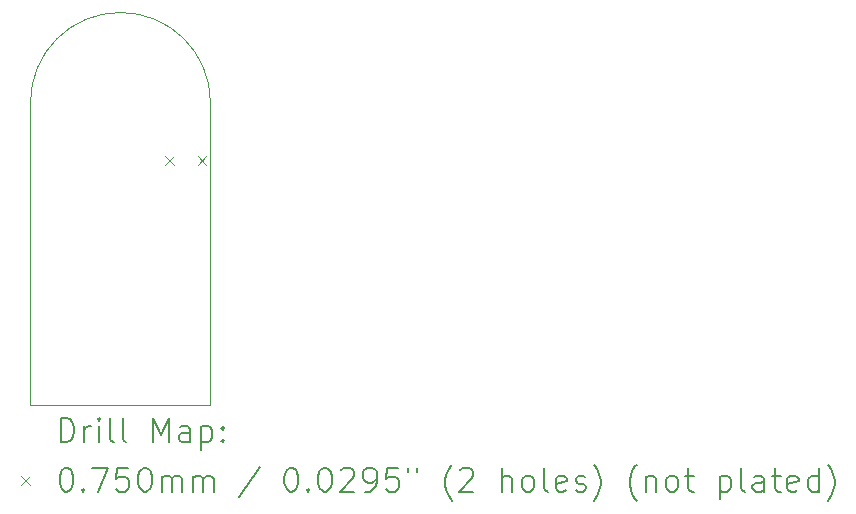
<source format=gbr>
%TF.GenerationSoftware,KiCad,Pcbnew,8.0.1*%
%TF.CreationDate,2024-12-14T14:03:44-06:00*%
%TF.ProjectId,SD_ProtoBoard,53445f50-726f-4746-9f42-6f6172642e6b,rev?*%
%TF.SameCoordinates,Original*%
%TF.FileFunction,Drillmap*%
%TF.FilePolarity,Positive*%
%FSLAX45Y45*%
G04 Gerber Fmt 4.5, Leading zero omitted, Abs format (unit mm)*
G04 Created by KiCad (PCBNEW 8.0.1) date 2024-12-14 14:03:44*
%MOMM*%
%LPD*%
G01*
G04 APERTURE LIST*
%ADD10C,0.101600*%
%ADD11C,0.200000*%
%ADD12C,0.100000*%
G04 APERTURE END LIST*
D10*
X13197000Y-11893000D02*
X14721000Y-11893000D01*
X14721000Y-9334882D02*
X14721000Y-11893000D01*
X13197000Y-9335000D02*
X13197000Y-11893000D01*
X13197000Y-9335000D02*
G75*
G02*
X14721000Y-9334882I762000J59D01*
G01*
D11*
D12*
X14337000Y-9792500D02*
X14412000Y-9867500D01*
X14412000Y-9792500D02*
X14337000Y-9867500D01*
X14612000Y-9792500D02*
X14687000Y-9867500D01*
X14687000Y-9792500D02*
X14612000Y-9867500D01*
D11*
X13452697Y-12209564D02*
X13452697Y-12009564D01*
X13452697Y-12009564D02*
X13500316Y-12009564D01*
X13500316Y-12009564D02*
X13528887Y-12019088D01*
X13528887Y-12019088D02*
X13547935Y-12038135D01*
X13547935Y-12038135D02*
X13557459Y-12057183D01*
X13557459Y-12057183D02*
X13566983Y-12095278D01*
X13566983Y-12095278D02*
X13566983Y-12123849D01*
X13566983Y-12123849D02*
X13557459Y-12161945D01*
X13557459Y-12161945D02*
X13547935Y-12180992D01*
X13547935Y-12180992D02*
X13528887Y-12200040D01*
X13528887Y-12200040D02*
X13500316Y-12209564D01*
X13500316Y-12209564D02*
X13452697Y-12209564D01*
X13652697Y-12209564D02*
X13652697Y-12076230D01*
X13652697Y-12114326D02*
X13662221Y-12095278D01*
X13662221Y-12095278D02*
X13671744Y-12085754D01*
X13671744Y-12085754D02*
X13690792Y-12076230D01*
X13690792Y-12076230D02*
X13709840Y-12076230D01*
X13776506Y-12209564D02*
X13776506Y-12076230D01*
X13776506Y-12009564D02*
X13766983Y-12019088D01*
X13766983Y-12019088D02*
X13776506Y-12028611D01*
X13776506Y-12028611D02*
X13786030Y-12019088D01*
X13786030Y-12019088D02*
X13776506Y-12009564D01*
X13776506Y-12009564D02*
X13776506Y-12028611D01*
X13900316Y-12209564D02*
X13881268Y-12200040D01*
X13881268Y-12200040D02*
X13871744Y-12180992D01*
X13871744Y-12180992D02*
X13871744Y-12009564D01*
X14005078Y-12209564D02*
X13986030Y-12200040D01*
X13986030Y-12200040D02*
X13976506Y-12180992D01*
X13976506Y-12180992D02*
X13976506Y-12009564D01*
X14233649Y-12209564D02*
X14233649Y-12009564D01*
X14233649Y-12009564D02*
X14300316Y-12152421D01*
X14300316Y-12152421D02*
X14366983Y-12009564D01*
X14366983Y-12009564D02*
X14366983Y-12209564D01*
X14547935Y-12209564D02*
X14547935Y-12104802D01*
X14547935Y-12104802D02*
X14538411Y-12085754D01*
X14538411Y-12085754D02*
X14519364Y-12076230D01*
X14519364Y-12076230D02*
X14481268Y-12076230D01*
X14481268Y-12076230D02*
X14462221Y-12085754D01*
X14547935Y-12200040D02*
X14528887Y-12209564D01*
X14528887Y-12209564D02*
X14481268Y-12209564D01*
X14481268Y-12209564D02*
X14462221Y-12200040D01*
X14462221Y-12200040D02*
X14452697Y-12180992D01*
X14452697Y-12180992D02*
X14452697Y-12161945D01*
X14452697Y-12161945D02*
X14462221Y-12142897D01*
X14462221Y-12142897D02*
X14481268Y-12133373D01*
X14481268Y-12133373D02*
X14528887Y-12133373D01*
X14528887Y-12133373D02*
X14547935Y-12123849D01*
X14643173Y-12076230D02*
X14643173Y-12276230D01*
X14643173Y-12085754D02*
X14662221Y-12076230D01*
X14662221Y-12076230D02*
X14700316Y-12076230D01*
X14700316Y-12076230D02*
X14719364Y-12085754D01*
X14719364Y-12085754D02*
X14728887Y-12095278D01*
X14728887Y-12095278D02*
X14738411Y-12114326D01*
X14738411Y-12114326D02*
X14738411Y-12171468D01*
X14738411Y-12171468D02*
X14728887Y-12190516D01*
X14728887Y-12190516D02*
X14719364Y-12200040D01*
X14719364Y-12200040D02*
X14700316Y-12209564D01*
X14700316Y-12209564D02*
X14662221Y-12209564D01*
X14662221Y-12209564D02*
X14643173Y-12200040D01*
X14824125Y-12190516D02*
X14833649Y-12200040D01*
X14833649Y-12200040D02*
X14824125Y-12209564D01*
X14824125Y-12209564D02*
X14814602Y-12200040D01*
X14814602Y-12200040D02*
X14824125Y-12190516D01*
X14824125Y-12190516D02*
X14824125Y-12209564D01*
X14824125Y-12085754D02*
X14833649Y-12095278D01*
X14833649Y-12095278D02*
X14824125Y-12104802D01*
X14824125Y-12104802D02*
X14814602Y-12095278D01*
X14814602Y-12095278D02*
X14824125Y-12085754D01*
X14824125Y-12085754D02*
X14824125Y-12104802D01*
D12*
X13116920Y-12500580D02*
X13191920Y-12575580D01*
X13191920Y-12500580D02*
X13116920Y-12575580D01*
D11*
X13490792Y-12429564D02*
X13509840Y-12429564D01*
X13509840Y-12429564D02*
X13528887Y-12439088D01*
X13528887Y-12439088D02*
X13538411Y-12448611D01*
X13538411Y-12448611D02*
X13547935Y-12467659D01*
X13547935Y-12467659D02*
X13557459Y-12505754D01*
X13557459Y-12505754D02*
X13557459Y-12553373D01*
X13557459Y-12553373D02*
X13547935Y-12591468D01*
X13547935Y-12591468D02*
X13538411Y-12610516D01*
X13538411Y-12610516D02*
X13528887Y-12620040D01*
X13528887Y-12620040D02*
X13509840Y-12629564D01*
X13509840Y-12629564D02*
X13490792Y-12629564D01*
X13490792Y-12629564D02*
X13471744Y-12620040D01*
X13471744Y-12620040D02*
X13462221Y-12610516D01*
X13462221Y-12610516D02*
X13452697Y-12591468D01*
X13452697Y-12591468D02*
X13443173Y-12553373D01*
X13443173Y-12553373D02*
X13443173Y-12505754D01*
X13443173Y-12505754D02*
X13452697Y-12467659D01*
X13452697Y-12467659D02*
X13462221Y-12448611D01*
X13462221Y-12448611D02*
X13471744Y-12439088D01*
X13471744Y-12439088D02*
X13490792Y-12429564D01*
X13643173Y-12610516D02*
X13652697Y-12620040D01*
X13652697Y-12620040D02*
X13643173Y-12629564D01*
X13643173Y-12629564D02*
X13633649Y-12620040D01*
X13633649Y-12620040D02*
X13643173Y-12610516D01*
X13643173Y-12610516D02*
X13643173Y-12629564D01*
X13719364Y-12429564D02*
X13852697Y-12429564D01*
X13852697Y-12429564D02*
X13766983Y-12629564D01*
X14024125Y-12429564D02*
X13928887Y-12429564D01*
X13928887Y-12429564D02*
X13919364Y-12524802D01*
X13919364Y-12524802D02*
X13928887Y-12515278D01*
X13928887Y-12515278D02*
X13947935Y-12505754D01*
X13947935Y-12505754D02*
X13995554Y-12505754D01*
X13995554Y-12505754D02*
X14014602Y-12515278D01*
X14014602Y-12515278D02*
X14024125Y-12524802D01*
X14024125Y-12524802D02*
X14033649Y-12543849D01*
X14033649Y-12543849D02*
X14033649Y-12591468D01*
X14033649Y-12591468D02*
X14024125Y-12610516D01*
X14024125Y-12610516D02*
X14014602Y-12620040D01*
X14014602Y-12620040D02*
X13995554Y-12629564D01*
X13995554Y-12629564D02*
X13947935Y-12629564D01*
X13947935Y-12629564D02*
X13928887Y-12620040D01*
X13928887Y-12620040D02*
X13919364Y-12610516D01*
X14157459Y-12429564D02*
X14176506Y-12429564D01*
X14176506Y-12429564D02*
X14195554Y-12439088D01*
X14195554Y-12439088D02*
X14205078Y-12448611D01*
X14205078Y-12448611D02*
X14214602Y-12467659D01*
X14214602Y-12467659D02*
X14224125Y-12505754D01*
X14224125Y-12505754D02*
X14224125Y-12553373D01*
X14224125Y-12553373D02*
X14214602Y-12591468D01*
X14214602Y-12591468D02*
X14205078Y-12610516D01*
X14205078Y-12610516D02*
X14195554Y-12620040D01*
X14195554Y-12620040D02*
X14176506Y-12629564D01*
X14176506Y-12629564D02*
X14157459Y-12629564D01*
X14157459Y-12629564D02*
X14138411Y-12620040D01*
X14138411Y-12620040D02*
X14128887Y-12610516D01*
X14128887Y-12610516D02*
X14119364Y-12591468D01*
X14119364Y-12591468D02*
X14109840Y-12553373D01*
X14109840Y-12553373D02*
X14109840Y-12505754D01*
X14109840Y-12505754D02*
X14119364Y-12467659D01*
X14119364Y-12467659D02*
X14128887Y-12448611D01*
X14128887Y-12448611D02*
X14138411Y-12439088D01*
X14138411Y-12439088D02*
X14157459Y-12429564D01*
X14309840Y-12629564D02*
X14309840Y-12496230D01*
X14309840Y-12515278D02*
X14319364Y-12505754D01*
X14319364Y-12505754D02*
X14338411Y-12496230D01*
X14338411Y-12496230D02*
X14366983Y-12496230D01*
X14366983Y-12496230D02*
X14386030Y-12505754D01*
X14386030Y-12505754D02*
X14395554Y-12524802D01*
X14395554Y-12524802D02*
X14395554Y-12629564D01*
X14395554Y-12524802D02*
X14405078Y-12505754D01*
X14405078Y-12505754D02*
X14424125Y-12496230D01*
X14424125Y-12496230D02*
X14452697Y-12496230D01*
X14452697Y-12496230D02*
X14471745Y-12505754D01*
X14471745Y-12505754D02*
X14481268Y-12524802D01*
X14481268Y-12524802D02*
X14481268Y-12629564D01*
X14576506Y-12629564D02*
X14576506Y-12496230D01*
X14576506Y-12515278D02*
X14586030Y-12505754D01*
X14586030Y-12505754D02*
X14605078Y-12496230D01*
X14605078Y-12496230D02*
X14633649Y-12496230D01*
X14633649Y-12496230D02*
X14652697Y-12505754D01*
X14652697Y-12505754D02*
X14662221Y-12524802D01*
X14662221Y-12524802D02*
X14662221Y-12629564D01*
X14662221Y-12524802D02*
X14671745Y-12505754D01*
X14671745Y-12505754D02*
X14690792Y-12496230D01*
X14690792Y-12496230D02*
X14719364Y-12496230D01*
X14719364Y-12496230D02*
X14738411Y-12505754D01*
X14738411Y-12505754D02*
X14747935Y-12524802D01*
X14747935Y-12524802D02*
X14747935Y-12629564D01*
X15138411Y-12420040D02*
X14966983Y-12677183D01*
X15395554Y-12429564D02*
X15414602Y-12429564D01*
X15414602Y-12429564D02*
X15433649Y-12439088D01*
X15433649Y-12439088D02*
X15443173Y-12448611D01*
X15443173Y-12448611D02*
X15452697Y-12467659D01*
X15452697Y-12467659D02*
X15462221Y-12505754D01*
X15462221Y-12505754D02*
X15462221Y-12553373D01*
X15462221Y-12553373D02*
X15452697Y-12591468D01*
X15452697Y-12591468D02*
X15443173Y-12610516D01*
X15443173Y-12610516D02*
X15433649Y-12620040D01*
X15433649Y-12620040D02*
X15414602Y-12629564D01*
X15414602Y-12629564D02*
X15395554Y-12629564D01*
X15395554Y-12629564D02*
X15376507Y-12620040D01*
X15376507Y-12620040D02*
X15366983Y-12610516D01*
X15366983Y-12610516D02*
X15357459Y-12591468D01*
X15357459Y-12591468D02*
X15347935Y-12553373D01*
X15347935Y-12553373D02*
X15347935Y-12505754D01*
X15347935Y-12505754D02*
X15357459Y-12467659D01*
X15357459Y-12467659D02*
X15366983Y-12448611D01*
X15366983Y-12448611D02*
X15376507Y-12439088D01*
X15376507Y-12439088D02*
X15395554Y-12429564D01*
X15547935Y-12610516D02*
X15557459Y-12620040D01*
X15557459Y-12620040D02*
X15547935Y-12629564D01*
X15547935Y-12629564D02*
X15538411Y-12620040D01*
X15538411Y-12620040D02*
X15547935Y-12610516D01*
X15547935Y-12610516D02*
X15547935Y-12629564D01*
X15681268Y-12429564D02*
X15700316Y-12429564D01*
X15700316Y-12429564D02*
X15719364Y-12439088D01*
X15719364Y-12439088D02*
X15728888Y-12448611D01*
X15728888Y-12448611D02*
X15738411Y-12467659D01*
X15738411Y-12467659D02*
X15747935Y-12505754D01*
X15747935Y-12505754D02*
X15747935Y-12553373D01*
X15747935Y-12553373D02*
X15738411Y-12591468D01*
X15738411Y-12591468D02*
X15728888Y-12610516D01*
X15728888Y-12610516D02*
X15719364Y-12620040D01*
X15719364Y-12620040D02*
X15700316Y-12629564D01*
X15700316Y-12629564D02*
X15681268Y-12629564D01*
X15681268Y-12629564D02*
X15662221Y-12620040D01*
X15662221Y-12620040D02*
X15652697Y-12610516D01*
X15652697Y-12610516D02*
X15643173Y-12591468D01*
X15643173Y-12591468D02*
X15633649Y-12553373D01*
X15633649Y-12553373D02*
X15633649Y-12505754D01*
X15633649Y-12505754D02*
X15643173Y-12467659D01*
X15643173Y-12467659D02*
X15652697Y-12448611D01*
X15652697Y-12448611D02*
X15662221Y-12439088D01*
X15662221Y-12439088D02*
X15681268Y-12429564D01*
X15824126Y-12448611D02*
X15833649Y-12439088D01*
X15833649Y-12439088D02*
X15852697Y-12429564D01*
X15852697Y-12429564D02*
X15900316Y-12429564D01*
X15900316Y-12429564D02*
X15919364Y-12439088D01*
X15919364Y-12439088D02*
X15928888Y-12448611D01*
X15928888Y-12448611D02*
X15938411Y-12467659D01*
X15938411Y-12467659D02*
X15938411Y-12486707D01*
X15938411Y-12486707D02*
X15928888Y-12515278D01*
X15928888Y-12515278D02*
X15814602Y-12629564D01*
X15814602Y-12629564D02*
X15938411Y-12629564D01*
X16033649Y-12629564D02*
X16071745Y-12629564D01*
X16071745Y-12629564D02*
X16090792Y-12620040D01*
X16090792Y-12620040D02*
X16100316Y-12610516D01*
X16100316Y-12610516D02*
X16119364Y-12581945D01*
X16119364Y-12581945D02*
X16128888Y-12543849D01*
X16128888Y-12543849D02*
X16128888Y-12467659D01*
X16128888Y-12467659D02*
X16119364Y-12448611D01*
X16119364Y-12448611D02*
X16109840Y-12439088D01*
X16109840Y-12439088D02*
X16090792Y-12429564D01*
X16090792Y-12429564D02*
X16052697Y-12429564D01*
X16052697Y-12429564D02*
X16033649Y-12439088D01*
X16033649Y-12439088D02*
X16024126Y-12448611D01*
X16024126Y-12448611D02*
X16014602Y-12467659D01*
X16014602Y-12467659D02*
X16014602Y-12515278D01*
X16014602Y-12515278D02*
X16024126Y-12534326D01*
X16024126Y-12534326D02*
X16033649Y-12543849D01*
X16033649Y-12543849D02*
X16052697Y-12553373D01*
X16052697Y-12553373D02*
X16090792Y-12553373D01*
X16090792Y-12553373D02*
X16109840Y-12543849D01*
X16109840Y-12543849D02*
X16119364Y-12534326D01*
X16119364Y-12534326D02*
X16128888Y-12515278D01*
X16309840Y-12429564D02*
X16214602Y-12429564D01*
X16214602Y-12429564D02*
X16205078Y-12524802D01*
X16205078Y-12524802D02*
X16214602Y-12515278D01*
X16214602Y-12515278D02*
X16233649Y-12505754D01*
X16233649Y-12505754D02*
X16281269Y-12505754D01*
X16281269Y-12505754D02*
X16300316Y-12515278D01*
X16300316Y-12515278D02*
X16309840Y-12524802D01*
X16309840Y-12524802D02*
X16319364Y-12543849D01*
X16319364Y-12543849D02*
X16319364Y-12591468D01*
X16319364Y-12591468D02*
X16309840Y-12610516D01*
X16309840Y-12610516D02*
X16300316Y-12620040D01*
X16300316Y-12620040D02*
X16281269Y-12629564D01*
X16281269Y-12629564D02*
X16233649Y-12629564D01*
X16233649Y-12629564D02*
X16214602Y-12620040D01*
X16214602Y-12620040D02*
X16205078Y-12610516D01*
X16395554Y-12429564D02*
X16395554Y-12467659D01*
X16471745Y-12429564D02*
X16471745Y-12467659D01*
X16766983Y-12705754D02*
X16757459Y-12696230D01*
X16757459Y-12696230D02*
X16738411Y-12667659D01*
X16738411Y-12667659D02*
X16728888Y-12648611D01*
X16728888Y-12648611D02*
X16719364Y-12620040D01*
X16719364Y-12620040D02*
X16709840Y-12572421D01*
X16709840Y-12572421D02*
X16709840Y-12534326D01*
X16709840Y-12534326D02*
X16719364Y-12486707D01*
X16719364Y-12486707D02*
X16728888Y-12458135D01*
X16728888Y-12458135D02*
X16738411Y-12439088D01*
X16738411Y-12439088D02*
X16757459Y-12410516D01*
X16757459Y-12410516D02*
X16766983Y-12400992D01*
X16833650Y-12448611D02*
X16843173Y-12439088D01*
X16843173Y-12439088D02*
X16862221Y-12429564D01*
X16862221Y-12429564D02*
X16909840Y-12429564D01*
X16909840Y-12429564D02*
X16928888Y-12439088D01*
X16928888Y-12439088D02*
X16938412Y-12448611D01*
X16938412Y-12448611D02*
X16947935Y-12467659D01*
X16947935Y-12467659D02*
X16947935Y-12486707D01*
X16947935Y-12486707D02*
X16938412Y-12515278D01*
X16938412Y-12515278D02*
X16824126Y-12629564D01*
X16824126Y-12629564D02*
X16947935Y-12629564D01*
X17186031Y-12629564D02*
X17186031Y-12429564D01*
X17271745Y-12629564D02*
X17271745Y-12524802D01*
X17271745Y-12524802D02*
X17262221Y-12505754D01*
X17262221Y-12505754D02*
X17243174Y-12496230D01*
X17243174Y-12496230D02*
X17214602Y-12496230D01*
X17214602Y-12496230D02*
X17195554Y-12505754D01*
X17195554Y-12505754D02*
X17186031Y-12515278D01*
X17395554Y-12629564D02*
X17376507Y-12620040D01*
X17376507Y-12620040D02*
X17366983Y-12610516D01*
X17366983Y-12610516D02*
X17357459Y-12591468D01*
X17357459Y-12591468D02*
X17357459Y-12534326D01*
X17357459Y-12534326D02*
X17366983Y-12515278D01*
X17366983Y-12515278D02*
X17376507Y-12505754D01*
X17376507Y-12505754D02*
X17395554Y-12496230D01*
X17395554Y-12496230D02*
X17424126Y-12496230D01*
X17424126Y-12496230D02*
X17443174Y-12505754D01*
X17443174Y-12505754D02*
X17452697Y-12515278D01*
X17452697Y-12515278D02*
X17462221Y-12534326D01*
X17462221Y-12534326D02*
X17462221Y-12591468D01*
X17462221Y-12591468D02*
X17452697Y-12610516D01*
X17452697Y-12610516D02*
X17443174Y-12620040D01*
X17443174Y-12620040D02*
X17424126Y-12629564D01*
X17424126Y-12629564D02*
X17395554Y-12629564D01*
X17576507Y-12629564D02*
X17557459Y-12620040D01*
X17557459Y-12620040D02*
X17547935Y-12600992D01*
X17547935Y-12600992D02*
X17547935Y-12429564D01*
X17728888Y-12620040D02*
X17709840Y-12629564D01*
X17709840Y-12629564D02*
X17671745Y-12629564D01*
X17671745Y-12629564D02*
X17652697Y-12620040D01*
X17652697Y-12620040D02*
X17643174Y-12600992D01*
X17643174Y-12600992D02*
X17643174Y-12524802D01*
X17643174Y-12524802D02*
X17652697Y-12505754D01*
X17652697Y-12505754D02*
X17671745Y-12496230D01*
X17671745Y-12496230D02*
X17709840Y-12496230D01*
X17709840Y-12496230D02*
X17728888Y-12505754D01*
X17728888Y-12505754D02*
X17738412Y-12524802D01*
X17738412Y-12524802D02*
X17738412Y-12543849D01*
X17738412Y-12543849D02*
X17643174Y-12562897D01*
X17814602Y-12620040D02*
X17833650Y-12629564D01*
X17833650Y-12629564D02*
X17871745Y-12629564D01*
X17871745Y-12629564D02*
X17890793Y-12620040D01*
X17890793Y-12620040D02*
X17900316Y-12600992D01*
X17900316Y-12600992D02*
X17900316Y-12591468D01*
X17900316Y-12591468D02*
X17890793Y-12572421D01*
X17890793Y-12572421D02*
X17871745Y-12562897D01*
X17871745Y-12562897D02*
X17843174Y-12562897D01*
X17843174Y-12562897D02*
X17824126Y-12553373D01*
X17824126Y-12553373D02*
X17814602Y-12534326D01*
X17814602Y-12534326D02*
X17814602Y-12524802D01*
X17814602Y-12524802D02*
X17824126Y-12505754D01*
X17824126Y-12505754D02*
X17843174Y-12496230D01*
X17843174Y-12496230D02*
X17871745Y-12496230D01*
X17871745Y-12496230D02*
X17890793Y-12505754D01*
X17966983Y-12705754D02*
X17976507Y-12696230D01*
X17976507Y-12696230D02*
X17995555Y-12667659D01*
X17995555Y-12667659D02*
X18005078Y-12648611D01*
X18005078Y-12648611D02*
X18014602Y-12620040D01*
X18014602Y-12620040D02*
X18024126Y-12572421D01*
X18024126Y-12572421D02*
X18024126Y-12534326D01*
X18024126Y-12534326D02*
X18014602Y-12486707D01*
X18014602Y-12486707D02*
X18005078Y-12458135D01*
X18005078Y-12458135D02*
X17995555Y-12439088D01*
X17995555Y-12439088D02*
X17976507Y-12410516D01*
X17976507Y-12410516D02*
X17966983Y-12400992D01*
X18328888Y-12705754D02*
X18319364Y-12696230D01*
X18319364Y-12696230D02*
X18300316Y-12667659D01*
X18300316Y-12667659D02*
X18290793Y-12648611D01*
X18290793Y-12648611D02*
X18281269Y-12620040D01*
X18281269Y-12620040D02*
X18271745Y-12572421D01*
X18271745Y-12572421D02*
X18271745Y-12534326D01*
X18271745Y-12534326D02*
X18281269Y-12486707D01*
X18281269Y-12486707D02*
X18290793Y-12458135D01*
X18290793Y-12458135D02*
X18300316Y-12439088D01*
X18300316Y-12439088D02*
X18319364Y-12410516D01*
X18319364Y-12410516D02*
X18328888Y-12400992D01*
X18405078Y-12496230D02*
X18405078Y-12629564D01*
X18405078Y-12515278D02*
X18414602Y-12505754D01*
X18414602Y-12505754D02*
X18433650Y-12496230D01*
X18433650Y-12496230D02*
X18462221Y-12496230D01*
X18462221Y-12496230D02*
X18481269Y-12505754D01*
X18481269Y-12505754D02*
X18490793Y-12524802D01*
X18490793Y-12524802D02*
X18490793Y-12629564D01*
X18614602Y-12629564D02*
X18595555Y-12620040D01*
X18595555Y-12620040D02*
X18586031Y-12610516D01*
X18586031Y-12610516D02*
X18576507Y-12591468D01*
X18576507Y-12591468D02*
X18576507Y-12534326D01*
X18576507Y-12534326D02*
X18586031Y-12515278D01*
X18586031Y-12515278D02*
X18595555Y-12505754D01*
X18595555Y-12505754D02*
X18614602Y-12496230D01*
X18614602Y-12496230D02*
X18643174Y-12496230D01*
X18643174Y-12496230D02*
X18662221Y-12505754D01*
X18662221Y-12505754D02*
X18671745Y-12515278D01*
X18671745Y-12515278D02*
X18681269Y-12534326D01*
X18681269Y-12534326D02*
X18681269Y-12591468D01*
X18681269Y-12591468D02*
X18671745Y-12610516D01*
X18671745Y-12610516D02*
X18662221Y-12620040D01*
X18662221Y-12620040D02*
X18643174Y-12629564D01*
X18643174Y-12629564D02*
X18614602Y-12629564D01*
X18738412Y-12496230D02*
X18814602Y-12496230D01*
X18766983Y-12429564D02*
X18766983Y-12600992D01*
X18766983Y-12600992D02*
X18776507Y-12620040D01*
X18776507Y-12620040D02*
X18795555Y-12629564D01*
X18795555Y-12629564D02*
X18814602Y-12629564D01*
X19033650Y-12496230D02*
X19033650Y-12696230D01*
X19033650Y-12505754D02*
X19052697Y-12496230D01*
X19052697Y-12496230D02*
X19090793Y-12496230D01*
X19090793Y-12496230D02*
X19109840Y-12505754D01*
X19109840Y-12505754D02*
X19119364Y-12515278D01*
X19119364Y-12515278D02*
X19128888Y-12534326D01*
X19128888Y-12534326D02*
X19128888Y-12591468D01*
X19128888Y-12591468D02*
X19119364Y-12610516D01*
X19119364Y-12610516D02*
X19109840Y-12620040D01*
X19109840Y-12620040D02*
X19090793Y-12629564D01*
X19090793Y-12629564D02*
X19052697Y-12629564D01*
X19052697Y-12629564D02*
X19033650Y-12620040D01*
X19243174Y-12629564D02*
X19224126Y-12620040D01*
X19224126Y-12620040D02*
X19214602Y-12600992D01*
X19214602Y-12600992D02*
X19214602Y-12429564D01*
X19405078Y-12629564D02*
X19405078Y-12524802D01*
X19405078Y-12524802D02*
X19395555Y-12505754D01*
X19395555Y-12505754D02*
X19376507Y-12496230D01*
X19376507Y-12496230D02*
X19338412Y-12496230D01*
X19338412Y-12496230D02*
X19319364Y-12505754D01*
X19405078Y-12620040D02*
X19386031Y-12629564D01*
X19386031Y-12629564D02*
X19338412Y-12629564D01*
X19338412Y-12629564D02*
X19319364Y-12620040D01*
X19319364Y-12620040D02*
X19309840Y-12600992D01*
X19309840Y-12600992D02*
X19309840Y-12581945D01*
X19309840Y-12581945D02*
X19319364Y-12562897D01*
X19319364Y-12562897D02*
X19338412Y-12553373D01*
X19338412Y-12553373D02*
X19386031Y-12553373D01*
X19386031Y-12553373D02*
X19405078Y-12543849D01*
X19471745Y-12496230D02*
X19547936Y-12496230D01*
X19500317Y-12429564D02*
X19500317Y-12600992D01*
X19500317Y-12600992D02*
X19509840Y-12620040D01*
X19509840Y-12620040D02*
X19528888Y-12629564D01*
X19528888Y-12629564D02*
X19547936Y-12629564D01*
X19690793Y-12620040D02*
X19671745Y-12629564D01*
X19671745Y-12629564D02*
X19633650Y-12629564D01*
X19633650Y-12629564D02*
X19614602Y-12620040D01*
X19614602Y-12620040D02*
X19605078Y-12600992D01*
X19605078Y-12600992D02*
X19605078Y-12524802D01*
X19605078Y-12524802D02*
X19614602Y-12505754D01*
X19614602Y-12505754D02*
X19633650Y-12496230D01*
X19633650Y-12496230D02*
X19671745Y-12496230D01*
X19671745Y-12496230D02*
X19690793Y-12505754D01*
X19690793Y-12505754D02*
X19700317Y-12524802D01*
X19700317Y-12524802D02*
X19700317Y-12543849D01*
X19700317Y-12543849D02*
X19605078Y-12562897D01*
X19871745Y-12629564D02*
X19871745Y-12429564D01*
X19871745Y-12620040D02*
X19852698Y-12629564D01*
X19852698Y-12629564D02*
X19814602Y-12629564D01*
X19814602Y-12629564D02*
X19795555Y-12620040D01*
X19795555Y-12620040D02*
X19786031Y-12610516D01*
X19786031Y-12610516D02*
X19776507Y-12591468D01*
X19776507Y-12591468D02*
X19776507Y-12534326D01*
X19776507Y-12534326D02*
X19786031Y-12515278D01*
X19786031Y-12515278D02*
X19795555Y-12505754D01*
X19795555Y-12505754D02*
X19814602Y-12496230D01*
X19814602Y-12496230D02*
X19852698Y-12496230D01*
X19852698Y-12496230D02*
X19871745Y-12505754D01*
X19947936Y-12705754D02*
X19957459Y-12696230D01*
X19957459Y-12696230D02*
X19976507Y-12667659D01*
X19976507Y-12667659D02*
X19986031Y-12648611D01*
X19986031Y-12648611D02*
X19995555Y-12620040D01*
X19995555Y-12620040D02*
X20005078Y-12572421D01*
X20005078Y-12572421D02*
X20005078Y-12534326D01*
X20005078Y-12534326D02*
X19995555Y-12486707D01*
X19995555Y-12486707D02*
X19986031Y-12458135D01*
X19986031Y-12458135D02*
X19976507Y-12439088D01*
X19976507Y-12439088D02*
X19957459Y-12410516D01*
X19957459Y-12410516D02*
X19947936Y-12400992D01*
M02*

</source>
